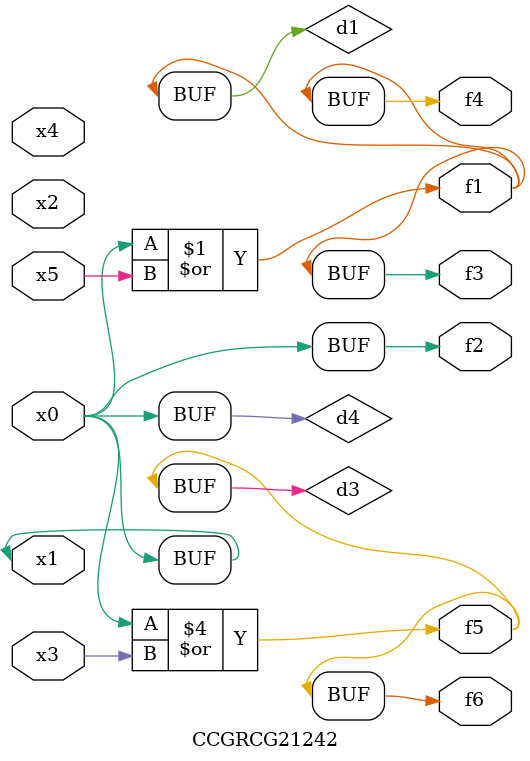
<source format=v>
module CCGRCG21242(
	input x0, x1, x2, x3, x4, x5,
	output f1, f2, f3, f4, f5, f6
);

	wire d1, d2, d3, d4;

	or (d1, x0, x5);
	xnor (d2, x1, x4);
	or (d3, x0, x3);
	buf (d4, x0, x1);
	assign f1 = d1;
	assign f2 = d4;
	assign f3 = d1;
	assign f4 = d1;
	assign f5 = d3;
	assign f6 = d3;
endmodule

</source>
